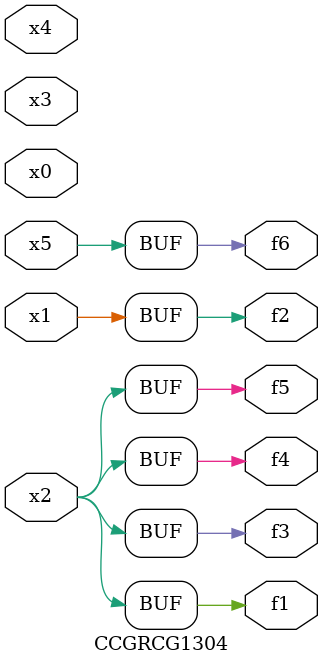
<source format=v>
module CCGRCG1304(
	input x0, x1, x2, x3, x4, x5,
	output f1, f2, f3, f4, f5, f6
);
	assign f1 = x2;
	assign f2 = x1;
	assign f3 = x2;
	assign f4 = x2;
	assign f5 = x2;
	assign f6 = x5;
endmodule

</source>
